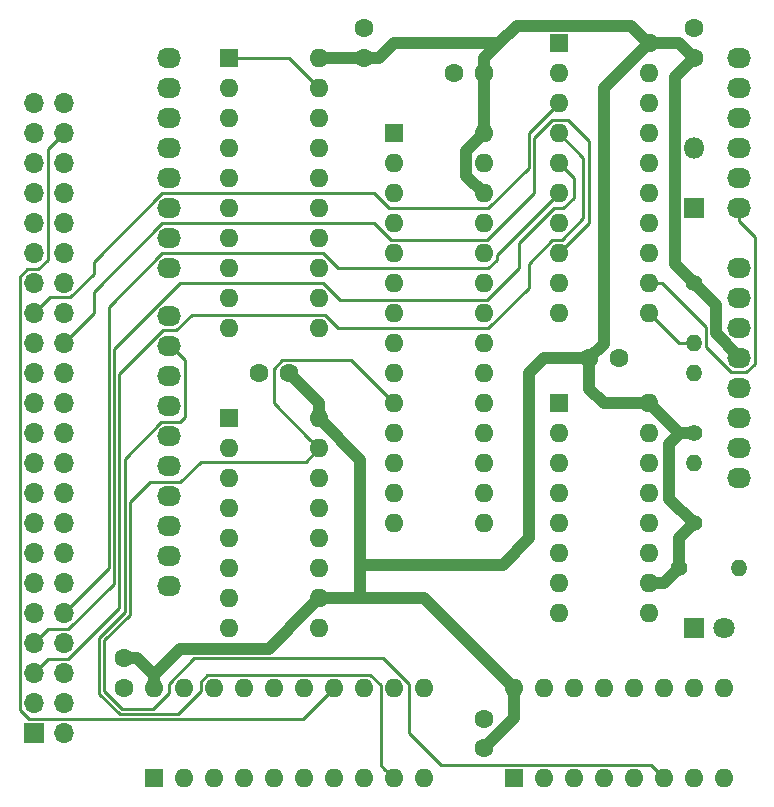
<source format=gbr>
G04 #@! TF.GenerationSoftware,KiCad,Pcbnew,(5.1.2)-2*
G04 #@! TF.CreationDate,2020-02-02T16:06:22+13:00*
G04 #@! TF.ProjectId,APEDSK-AU,41504544-534b-42d4-9155-2e6b69636164,rev?*
G04 #@! TF.SameCoordinates,Original*
G04 #@! TF.FileFunction,Copper,L2,Inr*
G04 #@! TF.FilePolarity,Positive*
%FSLAX46Y46*%
G04 Gerber Fmt 4.6, Leading zero omitted, Abs format (unit mm)*
G04 Created by KiCad (PCBNEW (5.1.2)-2) date 2020-02-02 16:06:22*
%MOMM*%
%LPD*%
G04 APERTURE LIST*
%ADD10O,1.400000X1.400000*%
%ADD11C,1.400000*%
%ADD12O,1.800000X1.800000*%
%ADD13R,1.800000X1.800000*%
%ADD14O,1.600000X1.600000*%
%ADD15R,1.600000X1.600000*%
%ADD16O,1.700000X1.700000*%
%ADD17R,1.700000X1.700000*%
%ADD18C,1.600000*%
%ADD19O,2.032000X1.727200*%
%ADD20C,1.800000*%
%ADD21C,1.000000*%
%ADD22C,0.250000*%
G04 APERTURE END LIST*
D10*
X171958000Y-116205000D03*
D11*
X166878000Y-116205000D03*
D10*
X168148000Y-107315000D03*
D11*
X168148000Y-112395000D03*
D10*
X168148000Y-99695000D03*
D11*
X168148000Y-104775000D03*
D10*
X168148000Y-97155000D03*
D11*
X168148000Y-92075000D03*
D12*
X168148000Y-80645000D03*
D13*
X168148000Y-85725000D03*
D14*
X152908000Y-126365000D03*
X170688000Y-133985000D03*
X155448000Y-126365000D03*
X168148000Y-133985000D03*
X157988000Y-126365000D03*
X165608000Y-133985000D03*
X160528000Y-126365000D03*
X163068000Y-133985000D03*
X163068000Y-126365000D03*
X160528000Y-133985000D03*
X165608000Y-126365000D03*
X157988000Y-133985000D03*
X168148000Y-126365000D03*
X155448000Y-133985000D03*
X170688000Y-126365000D03*
D15*
X152908000Y-133985000D03*
D16*
X114808000Y-76835000D03*
X112268000Y-76835000D03*
X114808000Y-79375000D03*
X112268000Y-79375000D03*
X114808000Y-81915000D03*
X112268000Y-81915000D03*
X114808000Y-84455000D03*
X112268000Y-84455000D03*
X114808000Y-86995000D03*
X112268000Y-86995000D03*
X114808000Y-89535000D03*
X112268000Y-89535000D03*
X114808000Y-92075000D03*
X112268000Y-92075000D03*
X114808000Y-94615000D03*
X112268000Y-94615000D03*
X114808000Y-97155000D03*
X112268000Y-97155000D03*
X114808000Y-99695000D03*
X112268000Y-99695000D03*
X114808000Y-102235000D03*
X112268000Y-102235000D03*
X114808000Y-104775000D03*
X112268000Y-104775000D03*
X114808000Y-107315000D03*
X112268000Y-107315000D03*
X114808000Y-109855000D03*
X112268000Y-109855000D03*
X114808000Y-112395000D03*
X112268000Y-112395000D03*
X114808000Y-114935000D03*
X112268000Y-114935000D03*
X114808000Y-117475000D03*
X112268000Y-117475000D03*
X114808000Y-120015000D03*
X112268000Y-120015000D03*
X114808000Y-122555000D03*
X112268000Y-122555000D03*
X114808000Y-125095000D03*
X112268000Y-125095000D03*
X114808000Y-127635000D03*
X112268000Y-127635000D03*
X114808000Y-130175000D03*
D17*
X112268000Y-130175000D03*
D14*
X122428000Y-126365000D03*
X145288000Y-133985000D03*
X124968000Y-126365000D03*
X142748000Y-133985000D03*
X127508000Y-126365000D03*
X140208000Y-133985000D03*
X130048000Y-126365000D03*
X137668000Y-133985000D03*
X132588000Y-126365000D03*
X135128000Y-133985000D03*
X135128000Y-126365000D03*
X132588000Y-133985000D03*
X137668000Y-126365000D03*
X130048000Y-133985000D03*
X140208000Y-126365000D03*
X127508000Y-133985000D03*
X142748000Y-126365000D03*
X124968000Y-133985000D03*
X145288000Y-126365000D03*
D15*
X122428000Y-133985000D03*
D18*
X119888000Y-123825000D03*
X119888000Y-126325000D03*
D14*
X136398000Y-73025000D03*
X128778000Y-95885000D03*
X136398000Y-75565000D03*
X128778000Y-93345000D03*
X136398000Y-78105000D03*
X128778000Y-90805000D03*
X136398000Y-80645000D03*
X128778000Y-88265000D03*
X136398000Y-83185000D03*
X128778000Y-85725000D03*
X136398000Y-85725000D03*
X128778000Y-83185000D03*
X136398000Y-88265000D03*
X128778000Y-80645000D03*
X136398000Y-90805000D03*
X128778000Y-78105000D03*
X136398000Y-93345000D03*
X128778000Y-75565000D03*
X136398000Y-95885000D03*
D15*
X128778000Y-73025000D03*
D14*
X136398000Y-103505000D03*
X128778000Y-121285000D03*
X136398000Y-106045000D03*
X128778000Y-118745000D03*
X136398000Y-108585000D03*
X128778000Y-116205000D03*
X136398000Y-111125000D03*
X128778000Y-113665000D03*
X136398000Y-113665000D03*
X128778000Y-111125000D03*
X136398000Y-116205000D03*
X128778000Y-108585000D03*
X136398000Y-118745000D03*
X128778000Y-106045000D03*
X136398000Y-121285000D03*
D15*
X128778000Y-103505000D03*
D19*
X123698000Y-90805000D03*
X123698000Y-88265000D03*
X123698000Y-85725000D03*
X123698000Y-83185000D03*
X123698000Y-80645000D03*
X123698000Y-78105000D03*
X123698000Y-75565000D03*
X123698000Y-73025000D03*
D14*
X150368000Y-79375000D03*
X142748000Y-112395000D03*
X150368000Y-81915000D03*
X142748000Y-109855000D03*
X150368000Y-84455000D03*
X142748000Y-107315000D03*
X150368000Y-86995000D03*
X142748000Y-104775000D03*
X150368000Y-89535000D03*
X142748000Y-102235000D03*
X150368000Y-92075000D03*
X142748000Y-99695000D03*
X150368000Y-94615000D03*
X142748000Y-97155000D03*
X150368000Y-97155000D03*
X142748000Y-94615000D03*
X150368000Y-99695000D03*
X142748000Y-92075000D03*
X150368000Y-102235000D03*
X142748000Y-89535000D03*
X150368000Y-104775000D03*
X142748000Y-86995000D03*
X150368000Y-107315000D03*
X142748000Y-84455000D03*
X150368000Y-109855000D03*
X142748000Y-81915000D03*
X150368000Y-112395000D03*
D15*
X142748000Y-79375000D03*
D14*
X164338000Y-102235000D03*
X156718000Y-120015000D03*
X164338000Y-104775000D03*
X156718000Y-117475000D03*
X164338000Y-107315000D03*
X156718000Y-114935000D03*
X164338000Y-109855000D03*
X156718000Y-112395000D03*
X164338000Y-112395000D03*
X156718000Y-109855000D03*
X164338000Y-114935000D03*
X156718000Y-107315000D03*
X164338000Y-117475000D03*
X156718000Y-104775000D03*
X164338000Y-120015000D03*
D15*
X156718000Y-102235000D03*
D14*
X164338000Y-71755000D03*
X156718000Y-94615000D03*
X164338000Y-74295000D03*
X156718000Y-92075000D03*
X164338000Y-76835000D03*
X156718000Y-89535000D03*
X164338000Y-79375000D03*
X156718000Y-86995000D03*
X164338000Y-81915000D03*
X156718000Y-84455000D03*
X164338000Y-84455000D03*
X156718000Y-81915000D03*
X164338000Y-86995000D03*
X156718000Y-79375000D03*
X164338000Y-89535000D03*
X156718000Y-76835000D03*
X164338000Y-92075000D03*
X156718000Y-74295000D03*
X164338000Y-94615000D03*
D15*
X156718000Y-71755000D03*
D20*
X170688000Y-121285000D03*
D13*
X168148000Y-121285000D03*
D18*
X150368000Y-128945000D03*
X150368000Y-131445000D03*
X161798000Y-98425000D03*
X159298000Y-98425000D03*
X168148000Y-70485000D03*
X168148000Y-72985000D03*
X147868000Y-74295000D03*
X150368000Y-74295000D03*
X140208000Y-70485000D03*
X140208000Y-72985000D03*
X131358000Y-99695000D03*
X133858000Y-99695000D03*
D19*
X171958000Y-108585000D03*
X171958000Y-106045000D03*
X171958000Y-103505000D03*
X171958000Y-100965000D03*
X171958000Y-98425000D03*
X171958000Y-95885000D03*
X171958000Y-93345000D03*
X171958000Y-90805000D03*
X171958000Y-85725000D03*
X171958000Y-83185000D03*
X171958000Y-80645000D03*
X171958000Y-78105000D03*
X171958000Y-75565000D03*
X171958000Y-73025000D03*
X123698000Y-117729000D03*
X123698000Y-115189000D03*
X123698000Y-112649000D03*
X123698000Y-110109000D03*
X123698000Y-107569000D03*
X123698000Y-105029000D03*
X123698000Y-102489000D03*
X123698000Y-99949000D03*
X123698000Y-97409000D03*
X123698000Y-94869000D03*
D21*
X139888002Y-118745000D02*
X136398000Y-118745000D01*
X166878000Y-104775000D02*
X164338000Y-102235000D01*
X168148000Y-104775000D02*
X166878000Y-104775000D01*
X136398000Y-102235000D02*
X133858000Y-99695000D01*
X136398000Y-103505000D02*
X136398000Y-102235000D01*
X139888002Y-106995002D02*
X136398000Y-103505000D01*
X163538001Y-70955001D02*
X164338000Y-71755000D01*
X162837999Y-70254999D02*
X163538001Y-70955001D01*
X153138001Y-70254999D02*
X162837999Y-70254999D01*
X166918000Y-71755000D02*
X168148000Y-72985000D01*
X164338000Y-71755000D02*
X166918000Y-71755000D01*
X151957998Y-115885002D02*
X139888002Y-115885002D01*
X139888002Y-115885002D02*
X139888002Y-106995002D01*
X139888002Y-118745000D02*
X139888002Y-115885002D01*
X159298000Y-98425000D02*
X155448000Y-98425000D01*
X155448000Y-98425000D02*
X154178000Y-99695000D01*
X154178000Y-99695000D02*
X154178000Y-113665000D01*
X154178000Y-113665000D02*
X151957998Y-115885002D01*
X159298000Y-101005000D02*
X159298000Y-98425000D01*
X164338000Y-102235000D02*
X160528000Y-102235000D01*
X160528000Y-102235000D02*
X159298000Y-101005000D01*
X171958000Y-98425000D02*
X171805600Y-98425000D01*
X152908000Y-128905000D02*
X150368000Y-131445000D01*
X152908000Y-126365000D02*
X152908000Y-128905000D01*
X141478000Y-73025000D02*
X136398000Y-73025000D01*
X142748000Y-71755000D02*
X141478000Y-73025000D01*
X151638000Y-71755000D02*
X142748000Y-71755000D01*
X150368000Y-79375000D02*
X150368000Y-73025000D01*
X150368000Y-73025000D02*
X151638000Y-71755000D01*
X151638000Y-71755000D02*
X153138001Y-70254999D01*
X166878000Y-113665000D02*
X168148000Y-112395000D01*
X166878000Y-116205000D02*
X166878000Y-113665000D01*
X165608000Y-117475000D02*
X166878000Y-116205000D01*
X164338000Y-117475000D02*
X165608000Y-117475000D01*
X171958000Y-98281257D02*
X171958000Y-98425000D01*
X168148000Y-92075000D02*
X169998012Y-93925012D01*
X169998012Y-96321269D02*
X171958000Y-98281257D01*
X169998012Y-93925012D02*
X169998012Y-96321269D01*
X132143011Y-122999989D02*
X135598001Y-119544999D01*
X122428000Y-125233630D02*
X124661641Y-122999989D01*
X135598001Y-119544999D02*
X136398000Y-118745000D01*
X124661641Y-122999989D02*
X132143011Y-122999989D01*
X121019370Y-123825000D02*
X122428000Y-125233630D01*
X122428000Y-125233630D02*
X122428000Y-126365000D01*
X119888000Y-123825000D02*
X121019370Y-123825000D01*
X166052989Y-105703270D02*
X166981259Y-104775000D01*
X166981259Y-104775000D02*
X168148000Y-104775000D01*
X166052989Y-110299989D02*
X166052989Y-105703270D01*
X168148000Y-112395000D02*
X166052989Y-110299989D01*
X152908000Y-126365000D02*
X145288000Y-118745000D01*
X145288000Y-118745000D02*
X139888002Y-118745000D01*
X164338000Y-71755000D02*
X160533020Y-75559980D01*
X160533020Y-97189980D02*
X159298000Y-98425000D01*
X160533020Y-75559980D02*
X160533020Y-97189980D01*
X149568001Y-80174999D02*
X150368000Y-79375000D01*
X148867999Y-80875001D02*
X149568001Y-80174999D01*
X148867999Y-82954999D02*
X148867999Y-80875001D01*
X150368000Y-84455000D02*
X148867999Y-82954999D01*
X166547999Y-90474999D02*
X168148000Y-92075000D01*
X166547999Y-74585001D02*
X166547999Y-90474999D01*
X168148000Y-72985000D02*
X166547999Y-74585001D01*
D22*
X115657999Y-119165001D02*
X114808000Y-120015000D01*
X150763002Y-90805000D02*
X138063002Y-90805000D01*
X151493001Y-90075001D02*
X150763002Y-90805000D01*
X151493001Y-89679999D02*
X151493001Y-90075001D01*
X156718000Y-84455000D02*
X151493001Y-89679999D01*
X136793002Y-89535000D02*
X123134652Y-89535000D01*
X118618000Y-94051652D02*
X118618000Y-116205000D01*
X138063002Y-90805000D02*
X136793002Y-89535000D01*
X118618000Y-116205000D02*
X115657999Y-119165001D01*
X123134652Y-89535000D02*
X118618000Y-94051652D01*
X136868001Y-127164999D02*
X137668000Y-126365000D01*
X111893997Y-128999999D02*
X135033001Y-128999999D01*
X114808000Y-79375000D02*
X113443001Y-80739999D01*
X113443001Y-80739999D02*
X113443001Y-90099001D01*
X113443001Y-90099001D02*
X112642003Y-90899999D01*
X135033001Y-128999999D02*
X136868001Y-127164999D01*
X112642003Y-90899999D02*
X111703999Y-90899999D01*
X111703999Y-90899999D02*
X111092999Y-91510999D01*
X111092999Y-128199001D02*
X111893997Y-128999999D01*
X111092999Y-91510999D02*
X111092999Y-128199001D01*
X154178000Y-82310002D02*
X154178000Y-79375000D01*
X142352998Y-85725000D02*
X150763002Y-85725000D01*
X112268000Y-94615000D02*
X113632999Y-93250001D01*
X141082998Y-84455000D02*
X142352998Y-85725000D01*
X115372001Y-93250001D02*
X117344851Y-91277151D01*
X117344851Y-91277151D02*
X117348000Y-91277151D01*
X154178000Y-79375000D02*
X156718000Y-76835000D01*
X113632999Y-93250001D02*
X115372001Y-93250001D01*
X117348000Y-91277151D02*
X117348000Y-90241652D01*
X150763002Y-85725000D02*
X154178000Y-82310002D01*
X123134652Y-84455000D02*
X141082998Y-84455000D01*
X117348000Y-90241652D02*
X123134652Y-84455000D01*
X159258000Y-86995000D02*
X157517999Y-88735001D01*
X159258000Y-80008590D02*
X159258000Y-86995000D01*
X157499409Y-78249999D02*
X159258000Y-80008590D01*
X154628011Y-84399991D02*
X154628011Y-79799987D01*
X117348000Y-94615000D02*
X117348000Y-92781652D01*
X156177999Y-78249999D02*
X157499409Y-78249999D01*
X114808000Y-97155000D02*
X117348000Y-94615000D01*
X117348000Y-92781652D02*
X123134652Y-86995000D01*
X150618003Y-88409999D02*
X154628011Y-84399991D01*
X123134652Y-86995000D02*
X141082998Y-86995000D01*
X157517999Y-88735001D02*
X156718000Y-89535000D01*
X141082998Y-86995000D02*
X142497997Y-88409999D01*
X154628011Y-79799987D02*
X156177999Y-78249999D01*
X142497997Y-88409999D02*
X150618003Y-88409999D01*
X157113002Y-85725000D02*
X157988000Y-84850002D01*
X156322998Y-85725000D02*
X157113002Y-85725000D01*
X153345499Y-88702499D02*
X156322998Y-85725000D01*
X157988000Y-83185000D02*
X156718000Y-81915000D01*
X150618003Y-93489999D02*
X153345499Y-90762503D01*
X138208001Y-93489999D02*
X150618003Y-93489999D01*
X124658652Y-92075000D02*
X136793002Y-92075000D01*
X157988000Y-84850002D02*
X157988000Y-83185000D01*
X119068011Y-97665641D02*
X124658652Y-92075000D01*
X119068011Y-117493991D02*
X119068011Y-97665641D01*
X136793002Y-92075000D02*
X138208001Y-93489999D01*
X113443001Y-121379999D02*
X115182003Y-121379999D01*
X153345499Y-90762503D02*
X153345499Y-88702499D01*
X115182003Y-121379999D02*
X119068011Y-117493991D01*
X112268000Y-122555000D02*
X113443001Y-121379999D01*
X113443001Y-123919999D02*
X112268000Y-125095000D01*
X154178000Y-90409998D02*
X154178000Y-92470002D01*
X156968003Y-88409999D02*
X156177999Y-88409999D01*
X124342738Y-96057610D02*
X123216042Y-96057610D01*
X156177999Y-88409999D02*
X154178000Y-90409998D01*
X158807989Y-86570013D02*
X156968003Y-88409999D01*
X138063002Y-95885000D02*
X136938001Y-94759999D01*
X158807989Y-81464989D02*
X158807989Y-86570013D01*
X156718000Y-79375000D02*
X158807989Y-81464989D01*
X154178000Y-92470002D02*
X150763002Y-95885000D01*
X150763002Y-95885000D02*
X138063002Y-95885000D01*
X119518022Y-119583980D02*
X115182003Y-123919999D01*
X136938001Y-94759999D02*
X125640349Y-94759999D01*
X125640349Y-94759999D02*
X124342738Y-96057610D01*
X123216042Y-96057610D02*
X119518022Y-99755630D01*
X119518022Y-99755630D02*
X119518022Y-119583980D01*
X115182003Y-123919999D02*
X113443001Y-123919999D01*
X133858000Y-73025000D02*
X136398000Y-75565000D01*
X128778000Y-73025000D02*
X133858000Y-73025000D01*
X128778000Y-73025000D02*
X130048000Y-73025000D01*
X166878000Y-97155000D02*
X164338000Y-94615000D01*
X168148000Y-97155000D02*
X166878000Y-97155000D01*
X123545600Y-97409000D02*
X123698000Y-97409000D01*
X125039010Y-98597610D02*
X125039010Y-103433990D01*
X119532988Y-128549988D02*
X124448014Y-128549988D01*
X124448014Y-128549988D02*
X126382999Y-126615003D01*
X117798011Y-126815011D02*
X119532988Y-128549988D01*
X124632610Y-103840390D02*
X123053262Y-103840390D01*
X123053262Y-103840390D02*
X119968033Y-106925619D01*
X119968033Y-106925619D02*
X119968033Y-119934967D01*
X119968033Y-119934967D02*
X117798011Y-122104989D01*
X141948001Y-133185001D02*
X142748000Y-133985000D01*
X117798011Y-122104989D02*
X117798011Y-126815011D01*
X140748001Y-125239999D02*
X141622999Y-126114997D01*
X141622999Y-132859999D02*
X141948001Y-133185001D01*
X126967999Y-125239999D02*
X140748001Y-125239999D01*
X126382999Y-125824999D02*
X126967999Y-125239999D01*
X125039010Y-103433990D02*
X124632610Y-103840390D01*
X126382999Y-126615003D02*
X126382999Y-125824999D01*
X123698000Y-97409000D02*
X123850400Y-97409000D01*
X123850400Y-97409000D02*
X125039010Y-98597610D01*
X141622999Y-126114997D02*
X141622999Y-132859999D01*
X132588000Y-102235000D02*
X135598001Y-105245001D01*
X135598001Y-105245001D02*
X136398000Y-106045000D01*
X132588000Y-99299998D02*
X132588000Y-102235000D01*
X133318000Y-98569999D02*
X132588000Y-99299998D01*
X139082999Y-98569999D02*
X133318000Y-98569999D01*
X142748000Y-102235000D02*
X139082999Y-98569999D01*
X126382999Y-107170001D02*
X135272999Y-107170001D01*
X124632610Y-108920390D02*
X126382999Y-107170001D01*
X141873002Y-123825000D02*
X125842998Y-123825000D01*
X122092610Y-108920390D02*
X124632610Y-108920390D01*
X144018000Y-125969998D02*
X141873002Y-123825000D01*
X144018000Y-130175000D02*
X144018000Y-125969998D01*
X146702999Y-132859999D02*
X144018000Y-130175000D01*
X135272999Y-107170001D02*
X136398000Y-106045000D01*
X120418044Y-110594956D02*
X122092610Y-108920390D01*
X164482999Y-132859999D02*
X146702999Y-132859999D01*
X125842998Y-123825000D02*
X123698000Y-125969998D01*
X123698000Y-125969998D02*
X123698000Y-126760002D01*
X123698000Y-126760002D02*
X122358025Y-128099977D01*
X122358025Y-128099977D02*
X119719387Y-128099977D01*
X165608000Y-133985000D02*
X164482999Y-132859999D01*
X119719387Y-128099977D02*
X118248022Y-126628612D01*
X118248022Y-126628612D02*
X118248022Y-122291389D01*
X118248022Y-122291389D02*
X120418044Y-120121367D01*
X120418044Y-120121367D02*
X120418044Y-110594956D01*
X165469370Y-92075000D02*
X164338000Y-92075000D01*
X169173001Y-95778631D02*
X165469370Y-92075000D01*
X169173001Y-97473349D02*
X169173001Y-95778631D01*
X171958000Y-86838600D02*
X173299010Y-88179610D01*
X173299010Y-98917338D02*
X172602738Y-99613610D01*
X172602738Y-99613610D02*
X171313262Y-99613610D01*
X171958000Y-85725000D02*
X171958000Y-86838600D01*
X171313262Y-99613610D02*
X169173001Y-97473349D01*
X173299010Y-88179610D02*
X173299010Y-98917338D01*
M02*

</source>
